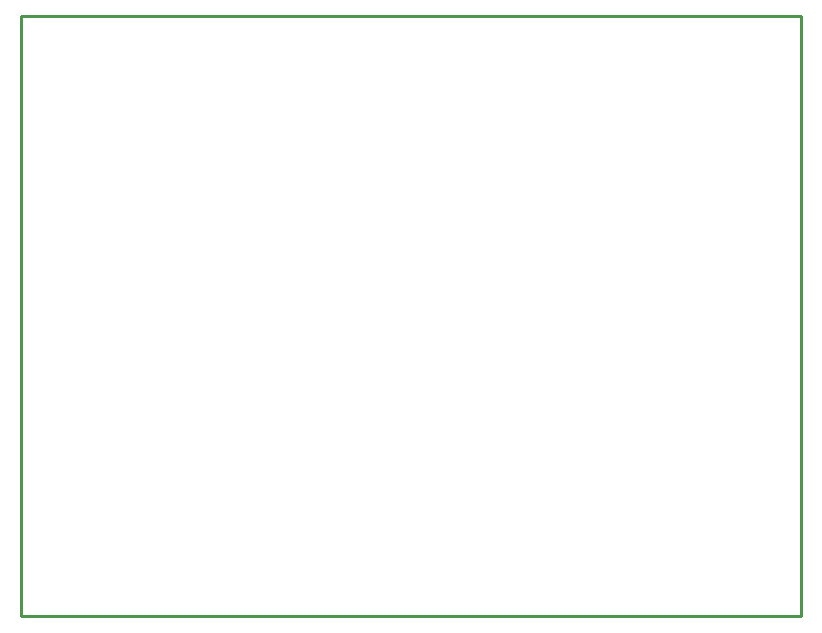
<source format=gko>
G04 Layer: BoardOutlineLayer*
G04 EasyEDA v6.4.31, 2022-02-05 19:12:57*
G04 bf2cb295ba724ca7aa620009b2cc85ec,0a318e337cfa45e088b33f9f44b42fdc,10*
G04 Gerber Generator version 0.2*
G04 Scale: 100 percent, Rotated: No, Reflected: No *
G04 Dimensions in millimeters *
G04 leading zeros omitted , absolute positions ,4 integer and 5 decimal *
%FSLAX45Y45*%
%MOMM*%

%ADD10C,0.2540*%
D10*
X762000Y7874000D02*
G01*
X7366000Y7874000D01*
X7366000Y2794000D01*
X762000Y2794000D01*
X762000Y7874000D01*

%LPD*%
M02*

</source>
